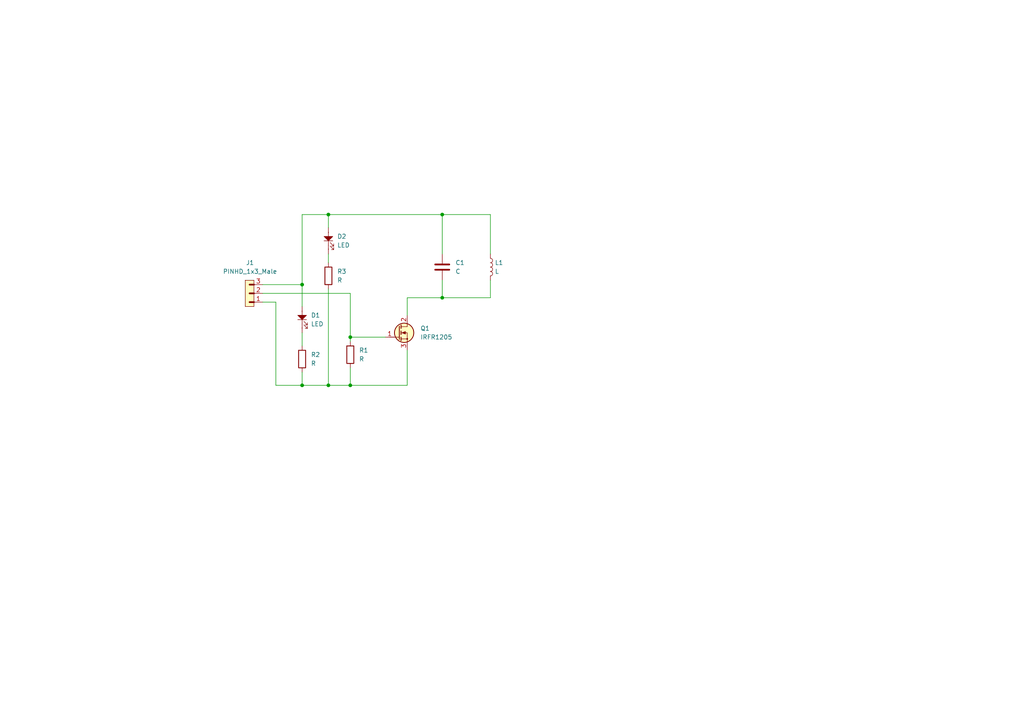
<source format=kicad_sch>
(kicad_sch (version 20231120) (generator "eeschema") (generator_version "8.0")
  (paper "A4")
  (lib_symbols
    (symbol "Device:C" (pin_numbers hide) (pin_names (offset 0.254))
      (property "Reference" "C" (at 0.635 2.54 0))
      (property "Value" "C" (at 0.635 -2.54 0))
      (symbol "C_0_1"
        (polyline (pts (xy -2.032 -0.762) (xy 2.032 -0.762)) (stroke (width 0.508)))
        (polyline (pts (xy -2.032 0.762) (xy 2.032 0.762)) (stroke (width 0.508)))
      )
      (symbol "C_1_1"
        (pin passive line (at 0 3.81 270) (length 2.794) (name "~") (number "1"))
        (pin passive line (at 0 -3.81 90) (length 2.794) (name "~") (number "2"))
      )
    )
    (symbol "Device:L" (pin_numbers hide) (pin_names (offset 1.016) hide)
      (property "Reference" "L" (at -1.27 0 90))
      (property "Value" "L" (at 1.905 0 90))
      (symbol "L_0_1"
        (arc (start 0 -2.54) (mid 0.6323 -1.905) (end 0 -1.27))
        (arc (start 0 -1.27) (mid 0.6323 -0.635) (end 0 0))
        (arc (start 0 0) (mid 0.6323 0.635) (end 0 1.27))
        (arc (start 0 1.27) (mid 0.6323 1.905) (end 0 2.54))
      )
      (symbol "L_1_1"
        (pin passive line (at 0 3.81 270) (length 1.27) (name "1") (number "1"))
        (pin passive line (at 0 -3.81 90) (length 1.27) (name "2") (number "2"))
      )
    )
    (symbol "Device:R" (pin_numbers hide) (pin_names (offset 0))
      (property "Reference" "R" (at 2.032 0 90))
      (property "Value" "R" (at 0 0 90))
      (symbol "R_0_1"
        (rectangle (start -1.016 -2.54) (end 1.016 2.54) (stroke (width 0.254)))
      )
      (symbol "R_1_1"
        (pin passive line (at 0 3.81 270) (length 1.27) (name "~") (number "1"))
        (pin passive line (at 0 -3.81 90) (length 1.27) (name "~") (number "2"))
      )
    )
    (symbol "PCM_SL_Devices:LED"
      (property "Reference" "D" (at -0.508 5.334 0))
      (property "Value" "LED" (at -0.508 2.794 0))
      (symbol "LED_0_1"
        (polyline (pts (xy -1.27 0) (xy -2.54 0)))
        (polyline (pts (xy 0 1.27) (xy 0 -1.27)))
        (polyline (pts (xy 0.508 0.508) (xy 1.524 1.524)))
        (polyline (pts (xy 1.27 0) (xy 2.54 0)))
        (polyline (pts (xy 1.524 0.508) (xy 2.54 1.524)))
        (polyline (pts (xy 1.524 1.524) (xy 0.889 1.524)))
        (polyline (pts (xy 1.524 1.524) (xy 1.524 0.889)))
        (polyline (pts (xy 2.54 1.524) (xy 1.905 1.524)))
        (polyline (pts (xy 2.54 1.524) (xy 2.54 0.889)))
        (polyline (pts (xy 0 0) (xy -1.27 -1.27) (xy -1.27 1.27) (xy 0 0) (xy 1.27 0)) (fill (type outline)))
      )
      (symbol "LED_1_1"
        (pin passive line (at 3.81 0 180) (length 1.5) (name "~") (number "1"))
        (pin passive line (at -3.81 0 0) (length 1.5) (name "") (number "2"))
      )
    )
    (symbol "PCM_SL_Pin_Headers:PINHD_1x3_Male"
      (property "Reference" "J" (at 0 7.62 0))
      (property "Value" "PINHD_1x3_Male" (at 0 5.08 0))
      (symbol "PINHD_1x3_Male_0_1"
        (rectangle (start -1.27 3.81) (end 1.27 -3.81) (fill (type background)))
        (polyline (pts (xy -1.27 -2.54) (xy 0 -2.54)) (stroke (width 0.3)))
        (polyline (pts (xy -1.27 -2.54) (xy 0 -2.54)) (stroke (width 0.5)))
        (polyline (pts (xy -1.27 0) (xy 0 0)) (stroke (width 0.3)))
        (polyline (pts (xy -1.27 0) (xy 0 0)) (stroke (width 0.5)))
        (polyline (pts (xy -1.27 2.54) (xy 0 2.54)) (stroke (width 0.3)))
        (polyline (pts (xy -1.27 2.54) (xy 0 2.54)) (stroke (width 0.5)))
      )
      (symbol "PINHD_1x3_Male_1_1"
        (pin passive line (at -3.81 2.54 0) (length 2.54) (name "") (number "1"))
        (pin passive line (at -3.81 0 0) (length 2.54) (name "") (number "2"))
        (pin passive line (at -3.81 -2.54 0) (length 2.54) (name "") (number "3"))
      )
    )
    (symbol "PCM_Transistor_MOSFET_AKL:IRFR1205" (pin_names hide)
      (property "Reference" "Q" (at 5.08 1.27 0))
      (property "Value" "IRFR1205" (at 5.08 -1.27 0))
      (symbol "IRFR1205_0_1"
        (polyline (pts (xy 0.254 -1.27) (xy -2.54 -1.27)))
        (polyline (pts (xy 0.254 1.905) (xy 0.254 -1.905)) (stroke (width 0.254)))
        (polyline (pts (xy 0.762 -1.778) (xy 2.54 -1.778)))
        (polyline (pts (xy 0.762 -1.27) (xy 0.762 -2.286)) (stroke (width 0.254)))
        (polyline (pts (xy 0.762 0.508) (xy 0.762 -0.508)) (stroke (width 0.254)))
        (polyline (pts (xy 0.762 2.286) (xy 0.762 1.27)) (stroke (width 0.254)))
        (polyline (pts (xy 2.54 1.778) (xy 0.762 1.778)))
        (polyline (pts (xy 2.54 2.54) (xy 2.54 1.778)))
        (polyline (pts (xy 2.54 -2.54) (xy 2.54 0) (xy 0.762 0)))
        (polyline (pts (xy 1.016 0) (xy 2.032 0.381) (xy 2.032 -0.381) (xy 1.016 0)) (fill (type outline)))
        (circle (center 1.651 0) (radius 2.794) (stroke (width 0.254)) (fill (type background)))
        (circle (center 2.54 -1.778) (radius 0.1778) (fill (type outline)))
      )
      (symbol "IRFR1205_1_1"
        (pin input line (at -3.81 -1.27 0) (length 2.54) (name "G") (number "1"))
        (pin passive line (at 2.54 5.08 270) (length 2.54) (name "D") (number "2"))
        (pin passive line (at 2.54 -5.08 90) (length 2.54) (name "S") (number "3"))
      )
    )
  )
  (junction (at 101.6 97.79))
  (junction (at 87.63 111.76))
  (junction (at 101.6 111.76))
  (junction (at 128.27 86.36))
  (junction (at 128.27 62.23))
  (junction (at 95.25 62.23))
  (junction (at 87.63 82.55))
  (junction (at 95.25 111.76))
  (wire (pts (xy 87.63 82.55) (xy 87.63 88.9)))
  (wire (pts (xy 87.63 107.95) (xy 87.63 111.76)))
  (wire (pts (xy 101.6 85.09) (xy 101.6 97.79)))
  (wire (pts (xy 76.2 82.55) (xy 87.63 82.55)))
  (wire (pts (xy 80.01 111.76) (xy 87.63 111.76)))
  (wire (pts (xy 95.25 111.76) (xy 101.6 111.76)))
  (wire (pts (xy 87.63 82.55) (xy 87.63 62.23)))
  (wire (pts (xy 118.11 91.44) (xy 118.11 86.36)))
  (wire (pts (xy 95.25 62.23) (xy 128.27 62.23)))
  (wire (pts (xy 95.25 62.23) (xy 95.25 66.04)))
  (wire (pts (xy 118.11 101.6) (xy 118.11 111.76)))
  (wire (pts (xy 111.76 97.79) (xy 101.6 97.79)))
  (wire (pts (xy 76.2 87.63) (xy 80.01 87.63)))
  (wire (pts (xy 118.11 86.36) (xy 128.27 86.36)))
  (wire (pts (xy 101.6 111.76) (xy 101.6 106.68)))
  (wire (pts (xy 76.2 85.09) (xy 101.6 85.09)))
  (wire (pts (xy 128.27 62.23) (xy 142.24 62.23)))
  (wire (pts (xy 87.63 111.76) (xy 95.25 111.76)))
  (wire (pts (xy 95.25 73.66) (xy 95.25 76.2)))
  (wire (pts (xy 128.27 81.28) (xy 128.27 86.36)))
  (wire (pts (xy 142.24 62.23) (xy 142.24 73.66)))
  (wire (pts (xy 101.6 97.79) (xy 101.6 99.06)))
  (wire (pts (xy 87.63 96.52) (xy 87.63 100.33)))
  (wire (pts (xy 95.25 83.82) (xy 95.25 111.76)))
  (wire (pts (xy 142.24 86.36) (xy 142.24 81.28)))
  (wire (pts (xy 128.27 86.36) (xy 142.24 86.36)))
  (wire (pts (xy 87.63 62.23) (xy 95.25 62.23)))
  (wire (pts (xy 80.01 87.63) (xy 80.01 111.76)))
  (wire (pts (xy 118.11 111.76) (xy 101.6 111.76)))
  (wire (pts (xy 128.27 62.23) (xy 128.27 73.66)))
  (symbol (lib_id "PCM_Transistor_MOSFET_AKL:IRFR1205") (at 115.57 96.52 0) (unit 1)
    (property "Reference" "Q1" (at 121.92 95.2499 0) (effects (justify left)))
    (property "Value" "IRFR1205" (at 121.92 97.7899 0) (effects (justify left)))
    (property "Footprint" "Package_TO_SOT_SMD:TO-252-2" (effects (hide yes)))
    (property "Datasheet" "https://www.tme.eu/Document/52fb327219ce10bc352bd5fbc788cd4c/irfr1205pbf.pdf" (effects (hide yes)))
    (property "Description" "TO-252 N-MOSFET enchancement mode transistor, 55V, 44A, 107W, Alternate KiCAD Library" (effects (hide yes)))
  )
  (symbol (lib_id "PCM_SL_Pin_Headers:PINHD_1x3_Male") (at 72.39 85.09 180) (unit 1)
    (property "Reference" "J1" (at 72.515 76.2 0))
    (property "Value" "PINHD_1x3_Male" (at 72.515 78.74 0))
    (property "Footprint" "Connector_PinHeader_2.54mm:PinHeader_1x03_P2.54mm_Vertical" (effects (hide yes)))
    (property "Description" "Pin Header male with pin space 2.54mm. Pin Count -3" (effects (hide yes)))
  )
  (symbol (lib_id "Device:R") (at 95.25 80.01 0) (unit 1)
    (property "Reference" "R3" (at 97.79 78.7399 0) (effects (justify left)))
    (property "Value" "R" (at 97.79 81.2799 0) (effects (justify left)))
    (property "Footprint" "Resistor_SMD:R_1206_3216Metric_Pad1.30x1.75mm_HandSolder" (effects (hide yes)))
    (property "Description" "Resistor" (effects (hide yes)))
  )
  (symbol (lib_id "Device:C") (at 128.27 77.47 0) (unit 1)
    (property "Reference" "C1" (at 132.08 76.1999 0) (effects (justify left)))
    (property "Value" "C" (at 132.08 78.7399 0) (effects (justify left)))
    (property "Footprint" "Capacitor_SMD:C_1206_3216Metric_Pad1.33x1.80mm_HandSolder" (effects (hide yes)))
    (property "Description" "Unpolarized capacitor" (effects (hide yes)))
  )
  (symbol (lib_id "PCM_SL_Devices:LED") (at 95.25 69.85 270) (unit 1)
    (property "Reference" "D2" (at 97.79 68.5799 90) (effects (justify left)))
    (property "Value" "LED" (at 97.79 71.1199 90) (effects (justify left)))
    (property "Footprint" "LED_SMD:LED_0402_1005Metric_Pad0.77x0.64mm_HandSolder" (effects (hide yes)))
    (property "Description" "Common 5mm diameter LED" (effects (hide yes)))
  )
  (symbol (lib_id "Device:R") (at 87.63 104.14 0) (unit 1)
    (property "Reference" "R2" (at 90.17 102.8699 0) (effects (justify left)))
    (property "Value" "R" (at 90.17 105.4099 0) (effects (justify left)))
    (property "Footprint" "Resistor_SMD:R_1206_3216Metric_Pad1.30x1.75mm_HandSolder" (effects (hide yes)))
    (property "Description" "Resistor" (effects (hide yes)))
  )
  (symbol (lib_id "Device:R") (at 101.6 102.87 0) (unit 1)
    (property "Reference" "R1" (at 104.14 101.5999 0) (effects (justify left)))
    (property "Value" "R" (at 104.14 104.1399 0) (effects (justify left)))
    (property "Footprint" "Resistor_SMD:R_1206_3216Metric_Pad1.30x1.75mm_HandSolder" (effects (hide yes)))
    (property "Description" "Resistor" (effects (hide yes)))
  )
  (symbol (lib_id "PCM_SL_Devices:LED") (at 87.63 92.71 270) (unit 1)
    (property "Reference" "D1" (at 90.17 91.4399 90) (effects (justify left)))
    (property "Value" "LED" (at 90.17 93.9799 90) (effects (justify left)))
    (property "Footprint" "LED_SMD:LED_0402_1005Metric_Pad0.77x0.64mm_HandSolder" (effects (hide yes)))
    (property "Description" "Common 5mm diameter LED" (effects (hide yes)))
  )
  (symbol (lib_id "Device:L") (at 142.24 77.47 0) (unit 1)
    (property "Reference" "L1" (at 143.51 76.1999 0) (effects (justify left)))
    (property "Value" "L" (at 143.51 78.7399 0) (effects (justify left)))
    (property "Footprint" "PCB Coils:40dia10turn" (effects (hide yes)))
    (property "Description" "Inductor" (effects (hide yes)))
  )
)
</source>
